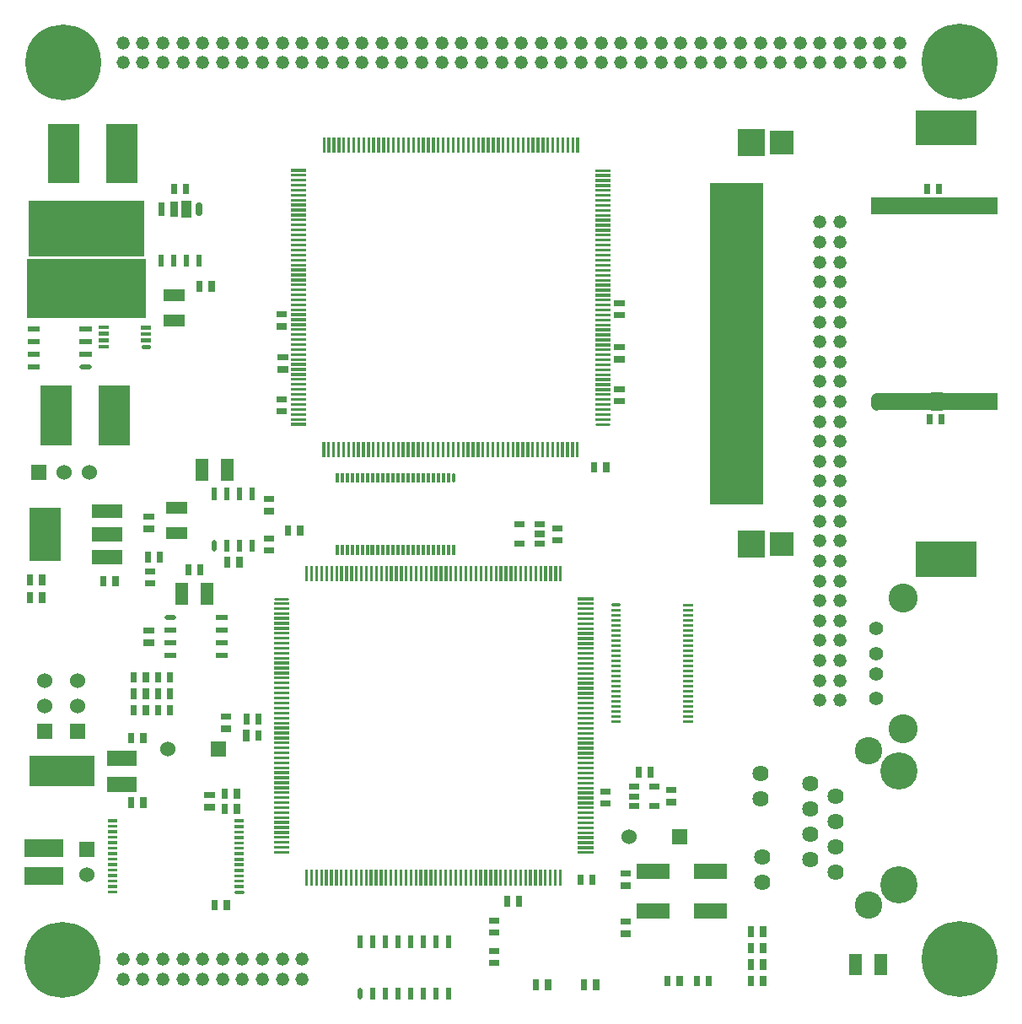
<source format=gbr>
G04 Title: (unknown), solder mask component side *
G04 Creator: pcb-bin 1.99p *
G04 CreationDate: Sat Nov 20 18:57:41 2004 UTC *
G04 For: clock *
G04 Format: Gerber/RS-274X *
G04 PCB-Dimensions: 394051 394051 *
G04 PCB-Coordinate-Origin: lower left *
%MOIN*%
%FSLAX24Y24*%
%IPPOS*%
%ADD11C,0.0070*%
%ADD12C,0.0270*%
%ADD13C,0.0250*%
%ADD14C,0.0450*%
%ADD15C,0.0100*%
%ADD16C,0.0300*%
%ADD17C,0.0400*%
%ADD18C,0.0600*%
%ADD19C,0.0150*%
%ADD20C,0.0350*%
%ADD21R,0.0710X0.0710*%
%ADD22R,0.1010X0.1010*%
%ADD23C,0.0200*%
%ADD24C,0.0080*%
%ADD25R,0.0240X0.0240*%
%ADD26R,0.0540X0.0540*%
%ADD27C,0.0060*%
%ADD28C,0.0110*%
%ADD29C,0.0410*%
%ADD30R,0.0110X0.0110*%
%ADD31R,0.0410X0.0410*%
%ADD32C,0.0500*%
%ADD33R,0.0200X0.0200*%
%ADD34R,0.0500X0.0500*%
%ADD35C,0.0120*%
%ADD36C,0.0420*%
%ADD37R,0.0120X0.0120*%
%ADD38R,0.0420X0.0420*%
%ADD39R,0.0600X0.0600*%
%ADD40R,0.0900X0.0900X0.0600X0.0600*%
%ADD41R,0.0900X0.0900*%
%ADD42C,0.0900X0.0600*%
%ADD43C,0.0900*%
%ADD44R,0.1230X0.1230*%
%ADD45R,0.1530X0.1530*%
%ADD46R,0.0290X0.0290*%
%ADD47C,0.0520*%
%AMTHERM1*7,0,0,0.0720,0.0520,0.0110,45*%
%ADD48THERM1*%
%ADD49C,0.0720X0.0520*%
%ADD50C,0.0720*%
%AMTHERM2*7,0,0,0.0900,0.0600,0.0150,45*%
%ADD51THERM2*%
%ADD52C,0.3000*%
%ADD53C,0.3200X0.3000*%
%ADD54C,0.3200*%
%ADD55R,0.0470X0.0470*%
%ADD56R,0.0490X0.0490*%
%ADD57R,0.0790X0.0790*%
%ADD58R,0.0150X0.0150*%
%ADD59R,0.0450X0.0450*%
%ADD60C,0.1080*%
%ADD61C,0.0230*%
%AMTHERM3*7,0,0,0.1280,0.1080,0.0230,45*%
%ADD62THERM3*%
%ADD63C,0.1280X0.1080*%
%ADD64C,0.1280*%
%ADD65C,0.0640*%
%ADD66C,0.0840X0.0640*%
%ADD67C,0.0840*%
%AMTHERM4*7,0,0,0.0840,0.0640,0.0120,45*%
%ADD68THERM4*%
%ADD69C,0.1470*%
%ADD70C,0.1670X0.1470*%
%ADD71C,0.1670*%
%ADD72C,0.0145*%
%AMTHERM5*7,0,0,0.0840,0.0640,0.0145,45*%
%ADD73THERM5*%
%ADD74C,0.1150*%
%AMTHERM6*7,0,0,0.1350,0.1150,0.0120,45*%
%ADD75THERM6*%
%ADD76C,0.1350X0.1150*%
%ADD77C,0.1350*%
%ADD78C,0.0560*%
%ADD79C,0.0720X0.0560*%
%ADD80C,0.0800X0.0560*%
%ADD81C,0.0800*%
%AMTHERM7*7,0,0,0.0800,0.0560,0.0100,45*%
%ADD82THERM7*%
%ADD83C,0.0160*%
%ADD84C,0.0460*%
%ADD85R,0.0160X0.0160*%
%ADD86R,0.0460X0.0460*%
%ADD87R,0.2000X0.2000*%
%ADD88R,0.2200X0.2200*%
%ADD89R,0.2350X0.2350*%
%ADD90R,0.1100X0.1100*%
%ADD91R,0.1300X0.1300X0.1100X0.1100*%
%ADD92R,0.1300X0.1300*%
%ADD93R,0.0950X0.0950*%
%ADD94R,0.1150X0.1150X0.0950X0.0950*%
%ADD95R,0.1150X0.1150*%
%ADD96R,0.1180X0.1180*%
%ADD97R,0.1380X0.1380*%
%ADD98R,0.0400X0.0400*%
%ADD99R,0.1000X0.1000*%
%ADD100R,0.1200X0.1200*%
%ADD101R,0.0300X0.0300*%
%ADD102R,0.0250X0.0250*%
%ADD103R,0.0170X0.0170*%
%ADD104R,0.0560X0.0560*%
%ADD105R,0.0860X0.0860*%
%ADD106R,0.1220X0.1220*%
%ADD107R,0.1520X0.1520*%
%ADD108R,0.0800X0.0800*%
%ADD109C,0.0084*%
%ADD110C,0.0092*%
%ADD111C,0.0450X0.0250*%
%ADD112C,0.0125*%
%AMTHERM8*7,0,0,0.0800,0.0600,0.0125,45*%
%ADD113THERM8*%
%ADD114C,0.0800X0.0600*%
%ADD115C,0.0075*%
%AMTHERM9*7,0,0,0.0450,0.0250,0.0075,45*%
%ADD116THERM9*%
%ADD117C,0.0360*%
%ADD118C,0.0560X0.0360*%
%AMTHERM10*7,0,0,0.0560,0.0360,0.0080,45*%
%ADD119THERM10*%
%LNGROUP_3*%
%LPD*%
G01X0Y0D02*
G54D21*X790Y5305D02*X1610D01*
X790Y6405D02*X1610D01*
G54D25*X1140Y17085D02*Y16905D01*
X660Y17085D02*Y16905D01*
Y16395D02*Y16215D01*
X1140Y16395D02*Y16215D01*
X5710Y13245D02*Y13065D01*
X6190Y13245D02*Y13065D01*
X4760Y13245D02*Y13065D01*
X5240Y13245D02*Y13065D01*
X5710Y12595D02*Y12415D01*
X6190Y12595D02*Y12415D01*
X4760Y12595D02*Y12415D01*
X5240Y12595D02*Y12415D01*
X25860Y1245D02*Y1065D01*
X26340Y1245D02*Y1065D01*
X10560Y25315D02*X10740D01*
X10560Y25795D02*X10740D01*
G54D28*X23050Y23145D02*X23550D01*
G54D30*X23050Y23335D02*X23550D01*
X23050Y23535D02*X23550D01*
X23050Y23735D02*X23550D01*
X23050Y23925D02*X23550D01*
X23050Y24125D02*X23550D01*
X23050Y24325D02*X23550D01*
X23050Y24515D02*X23550D01*
X23050Y24715D02*X23550D01*
X23050Y24915D02*X23550D01*
X23050Y25105D02*X23550D01*
X23050Y25305D02*X23550D01*
X23050Y25505D02*X23550D01*
X23050Y25695D02*X23550D01*
X23050Y25895D02*X23550D01*
X23050Y26095D02*X23550D01*
X23050Y26285D02*X23550D01*
X23050Y26485D02*X23550D01*
X23050Y26685D02*X23550D01*
X23050Y26885D02*X23550D01*
X23050Y27075D02*X23550D01*
X23050Y27275D02*X23550D01*
X23050Y27475D02*X23550D01*
X23050Y27665D02*X23550D01*
X23050Y27865D02*X23550D01*
X23050Y28065D02*X23550D01*
X23050Y28255D02*X23550D01*
X23050Y28455D02*X23550D01*
X23050Y28655D02*X23550D01*
X23050Y28845D02*X23550D01*
X23050Y29045D02*X23550D01*
X23050Y29245D02*X23550D01*
X23050Y29435D02*X23550D01*
X23050Y29635D02*X23550D01*
X23050Y29835D02*X23550D01*
X23050Y30025D02*X23550D01*
X23050Y30225D02*X23550D01*
X23050Y30425D02*X23550D01*
X23050Y30625D02*X23550D01*
X23050Y30815D02*X23550D01*
X23050Y31015D02*X23550D01*
X23050Y31215D02*X23550D01*
X23050Y31405D02*X23550D01*
X23050Y31605D02*X23550D01*
X23050Y31805D02*X23550D01*
X23050Y31995D02*X23550D01*
X23050Y32195D02*X23550D01*
X23050Y32395D02*X23550D01*
X23050Y32585D02*X23550D01*
X23050Y32785D02*X23550D01*
X23050Y32985D02*X23550D01*
X23050Y33175D02*X23550D01*
X22310Y34425D02*Y33925D01*
X22120Y34425D02*Y33925D01*
X21920Y34425D02*Y33925D01*
X21720Y34425D02*Y33925D01*
X21530Y34425D02*Y33925D01*
X21330Y34425D02*Y33925D01*
X21130Y34425D02*Y33925D01*
X20940Y34425D02*Y33925D01*
X20740Y34425D02*Y33925D01*
X20540Y34425D02*Y33925D01*
X20350Y34425D02*Y33925D01*
X20150Y34425D02*Y33925D01*
X19950Y34425D02*Y33925D01*
X19760Y34425D02*Y33925D01*
X19560Y34425D02*Y33925D01*
X19360Y34425D02*Y33925D01*
X19170Y34425D02*Y33925D01*
X18970Y34425D02*Y33925D01*
X18770Y34425D02*Y33925D01*
X18570Y34425D02*Y33925D01*
X18380Y34425D02*Y33925D01*
X18180Y34425D02*Y33925D01*
X17980Y34425D02*Y33925D01*
X17790Y34425D02*Y33925D01*
X17590Y34425D02*Y33925D01*
X17390Y34425D02*Y33925D01*
X17200Y34425D02*Y33925D01*
X17000Y34425D02*Y33925D01*
X16800Y34425D02*Y33925D01*
X16610Y34425D02*Y33925D01*
X16410Y34425D02*Y33925D01*
X16210Y34425D02*Y33925D01*
X16020Y34425D02*Y33925D01*
X15820Y34425D02*Y33925D01*
X15620Y34425D02*Y33925D01*
X15430Y34425D02*Y33925D01*
X15230Y34425D02*Y33925D01*
X15030Y34425D02*Y33925D01*
X14830Y34425D02*Y33925D01*
X14640Y34425D02*Y33925D01*
X14440Y34425D02*Y33925D01*
X14240Y34425D02*Y33925D01*
X14050Y34425D02*Y33925D01*
X13850Y34425D02*Y33925D01*
X13650Y34425D02*Y33925D01*
X13460Y34425D02*Y33925D01*
X13260Y34425D02*Y33925D01*
X13060Y34425D02*Y33925D01*
X12870Y34425D02*Y33925D01*
X12670Y34425D02*Y33925D01*
X12470Y34425D02*Y33925D01*
X12280Y34425D02*Y33925D01*
X11030Y33185D02*X11530D01*
X11030Y32995D02*X11530D01*
X11030Y32795D02*X11530D01*
X11030Y32595D02*X11530D01*
X11030Y32405D02*X11530D01*
X11030Y32205D02*X11530D01*
X11030Y32005D02*X11530D01*
X11030Y31815D02*X11530D01*
X11030Y31615D02*X11530D01*
X11030Y31415D02*X11530D01*
X11030Y31225D02*X11530D01*
X11030Y31025D02*X11530D01*
X11030Y30825D02*X11530D01*
X11030Y30635D02*X11530D01*
X11030Y30435D02*X11530D01*
X11030Y30235D02*X11530D01*
X11030Y30045D02*X11530D01*
X11030Y29845D02*X11530D01*
X11030Y29645D02*X11530D01*
X11030Y29445D02*X11530D01*
X11030Y29255D02*X11530D01*
X11030Y29055D02*X11530D01*
X11030Y28855D02*X11530D01*
X11030Y28665D02*X11530D01*
X11030Y28465D02*X11530D01*
X11030Y28265D02*X11530D01*
X11030Y28075D02*X11530D01*
X11030Y27875D02*X11530D01*
X11030Y27675D02*X11530D01*
X11030Y27485D02*X11530D01*
X11030Y27285D02*X11530D01*
X11030Y27085D02*X11530D01*
X11030Y26895D02*X11530D01*
X11030Y26695D02*X11530D01*
X11030Y26495D02*X11530D01*
X11030Y26305D02*X11530D01*
X11030Y26105D02*X11530D01*
X11030Y25905D02*X11530D01*
X11030Y25705D02*X11530D01*
X11030Y25515D02*X11530D01*
X11030Y25315D02*X11530D01*
X11030Y25115D02*X11530D01*
X11030Y24925D02*X11530D01*
X11030Y24725D02*X11530D01*
X11030Y24525D02*X11530D01*
X11030Y24335D02*X11530D01*
X11030Y24135D02*X11530D01*
X11030Y23935D02*X11530D01*
X11030Y23745D02*X11530D01*
X11030Y23545D02*X11530D01*
X11030Y23345D02*X11530D01*
X11030Y23155D02*X11530D01*
X12270Y22405D02*Y21905D01*
X12460Y22405D02*Y21905D01*
X12660Y22405D02*Y21905D01*
X12860Y22405D02*Y21905D01*
X13050Y22405D02*Y21905D01*
X13250Y22405D02*Y21905D01*
X13450Y22405D02*Y21905D01*
X13640Y22405D02*Y21905D01*
X13840Y22405D02*Y21905D01*
X14040Y22405D02*Y21905D01*
X14230Y22405D02*Y21905D01*
X14430Y22405D02*Y21905D01*
X14630Y22405D02*Y21905D01*
X14820Y22405D02*Y21905D01*
X15020Y22405D02*Y21905D01*
X15220Y22405D02*Y21905D01*
X15410Y22405D02*Y21905D01*
X15610Y22405D02*Y21905D01*
X15810Y22405D02*Y21905D01*
X16010Y22405D02*Y21905D01*
X16200Y22405D02*Y21905D01*
X16400Y22405D02*Y21905D01*
X16600Y22405D02*Y21905D01*
X16790Y22405D02*Y21905D01*
X16990Y22405D02*Y21905D01*
X17190Y22405D02*Y21905D01*
X17380Y22405D02*Y21905D01*
X17580Y22405D02*Y21905D01*
X17780Y22405D02*Y21905D01*
X17970Y22405D02*Y21905D01*
X18170Y22405D02*Y21905D01*
X18370Y22405D02*Y21905D01*
X18560Y22405D02*Y21905D01*
X18760Y22405D02*Y21905D01*
X18960Y22405D02*Y21905D01*
X19150Y22405D02*Y21905D01*
X19350Y22405D02*Y21905D01*
X19550Y22405D02*Y21905D01*
X19750Y22405D02*Y21905D01*
X19940Y22405D02*Y21905D01*
X20140Y22405D02*Y21905D01*
X20340Y22405D02*Y21905D01*
X20530Y22405D02*Y21905D01*
X20730Y22405D02*Y21905D01*
X20930Y22405D02*Y21905D01*
X21120Y22405D02*Y21905D01*
X21320Y22405D02*Y21905D01*
X21520Y22405D02*Y21905D01*
X21710Y22405D02*Y21905D01*
X21910Y22405D02*Y21905D01*
X22110Y22405D02*Y21905D01*
X22300Y22405D02*Y21905D01*
G54D23*X13700Y795D02*Y515D01*
G54D33*X14200Y795D02*Y515D01*
X14700Y795D02*Y515D01*
X15200Y795D02*Y515D01*
X15700Y795D02*Y515D01*
X16200Y795D02*Y515D01*
X16700Y795D02*Y515D01*
X17200Y795D02*Y515D01*
Y2835D02*Y2555D01*
X16700Y2835D02*Y2555D01*
X16200Y2835D02*Y2555D01*
X15700Y2835D02*Y2555D01*
X15200Y2835D02*Y2555D01*
X14700Y2835D02*Y2555D01*
X14200Y2835D02*Y2555D01*
X13700Y2835D02*Y2555D01*
G54D25*X7390Y17495D02*Y17315D01*
X6910Y17495D02*Y17315D01*
G54D35*X8800Y4655D02*X9060D01*
G54D37*X8800Y4875D02*X9060D01*
X8800Y5095D02*X9060D01*
X8800Y5305D02*X9060D01*
X8800Y5525D02*X9060D01*
X8800Y5745D02*X9060D01*
X8800Y5955D02*X9060D01*
X8800Y6175D02*X9060D01*
X8800Y6395D02*X9060D01*
X8800Y6605D02*X9060D01*
X8800Y6825D02*X9060D01*
X8800Y7035D02*X9060D01*
X8800Y7255D02*X9060D01*
X8800Y7475D02*X9060D01*
X3790Y7485D02*X4050D01*
X3790Y7265D02*X4050D01*
X3790Y7045D02*X4050D01*
X3790Y6835D02*X4050D01*
X3790Y6615D02*X4050D01*
X3790Y6395D02*X4050D01*
X3790Y6185D02*X4050D01*
X3790Y5965D02*X4050D01*
X3790Y5745D02*X4050D01*
X3790Y5535D02*X4050D01*
X3790Y5315D02*X4050D01*
X3790Y5105D02*X4050D01*
X3790Y4885D02*X4050D01*
X3790Y4665D02*X4050D01*
G54D25*X8840Y8045D02*Y7865D01*
X8360Y8045D02*Y7865D01*
X7660Y8015D02*X7840D01*
X7660Y8495D02*X7840D01*
X8440Y4245D02*Y4065D01*
X7960Y4245D02*Y4065D01*
X3560Y17045D02*Y16865D01*
X4040Y17045D02*Y16865D01*
X4660Y10845D02*Y10665D01*
X5140Y10845D02*Y10665D01*
G54D44*X2000Y34413D02*Y33293D01*
X4300Y34413D02*Y33293D01*
G54D25*X8840Y8645D02*Y8465D01*
X8360Y8645D02*Y8465D01*
X8310Y11595D02*X8490D01*
X8310Y11115D02*X8490D01*
X9690Y11595D02*Y11415D01*
X9210Y11595D02*Y11415D01*
X9690Y10945D02*Y10765D01*
G54D46*X9210Y10945D02*Y10765D01*
G54D25*X19510Y4395D02*Y4215D01*
X19990Y4395D02*Y4215D01*
X36690Y23445D02*Y23265D01*
X36210Y23445D02*Y23265D01*
X5260Y14995D02*X5440D01*
X5260Y14515D02*X5440D01*
X23860Y24545D02*X24040D01*
X23860Y24065D02*X24040D01*
X23860Y27945D02*X24040D01*
X23860Y27465D02*X24040D01*
X18910Y3545D02*X19090D01*
X18910Y3065D02*X19090D01*
G54D44*X1700Y24065D02*Y22945D01*
X4000Y24065D02*Y22945D01*
G54D25*X22410Y5245D02*Y5065D01*
X22890Y5245D02*Y5065D01*
X29640Y1895D02*Y1715D01*
X29160Y1895D02*Y1715D01*
X24110Y3495D02*X24290D01*
X24110Y3015D02*X24290D01*
X36590Y32545D02*Y32365D01*
X36110Y32545D02*Y32365D01*
X10510Y27495D02*X10690D01*
X10510Y27015D02*X10690D01*
G54D35*X23690Y16005D02*X23950D01*
G54D37*X23690Y15805D02*X23950D01*
X23690Y15605D02*X23950D01*
X23690Y15405D02*X23950D01*
X23690Y15205D02*X23950D01*
X23690Y15005D02*X23950D01*
X23690Y14805D02*X23950D01*
X23690Y14605D02*X23950D01*
X23690Y14405D02*X23950D01*
X23690Y14205D02*X23950D01*
X23690Y14005D02*X23950D01*
X23690Y13805D02*X23950D01*
X23690Y13605D02*X23950D01*
X23690Y13405D02*X23950D01*
X23690Y13205D02*X23950D01*
X23690Y13005D02*X23950D01*
X23690Y12805D02*X23950D01*
X23690Y12605D02*X23950D01*
X23690Y12405D02*X23950D01*
X23690Y12205D02*X23950D01*
X23690Y12005D02*X23950D01*
X23690Y11805D02*X23950D01*
X23690Y11605D02*X23950D01*
X23690Y11405D02*X23950D01*
X26540D02*X26800D01*
X26540Y11605D02*X26800D01*
X26540Y11805D02*X26800D01*
X26540Y12005D02*X26800D01*
X26540Y12205D02*X26800D01*
X26540Y12405D02*X26800D01*
X26540Y12605D02*X26800D01*
X26540Y12805D02*X26800D01*
X26540Y13005D02*X26800D01*
X26540Y13205D02*X26800D01*
X26540Y13405D02*X26800D01*
X26540Y13605D02*X26800D01*
X26540Y13805D02*X26800D01*
X26540Y14005D02*X26800D01*
X26540Y14205D02*X26800D01*
X26540Y14405D02*X26800D01*
X26540Y14605D02*X26800D01*
X26540Y14805D02*X26800D01*
X26540Y15005D02*X26800D01*
X26540Y15205D02*X26800D01*
X26540Y15405D02*X26800D01*
X26540Y15605D02*X26800D01*
X26540Y15805D02*X26800D01*
X26540Y16005D02*X26800D01*
G54D25*X21410Y18565D02*X21590D01*
X21410Y19045D02*X21590D01*
X29640Y2545D02*Y2365D01*
X29160Y2545D02*Y2365D01*
G54D38*X38707Y31908D02*Y31648D01*
X38507Y31908D02*Y31648D01*
X38307Y31908D02*Y31648D01*
X38107Y31908D02*Y31648D01*
X37907Y31908D02*Y31648D01*
X37707Y31908D02*Y31648D01*
X37507Y31908D02*Y31648D01*
X37307Y31908D02*Y31648D01*
X37107Y31908D02*Y31648D01*
X36907Y31908D02*Y31648D01*
X36707Y31908D02*Y31648D01*
X36507Y31908D02*Y31648D01*
X36307Y31908D02*Y31648D01*
X36107Y31908D02*Y31648D01*
X35907Y31908D02*Y31648D01*
X35707Y31908D02*Y31648D01*
X35507Y31908D02*Y31648D01*
X35307Y31908D02*Y31648D01*
X35107Y31908D02*Y31648D01*
X34907Y31908D02*Y31648D01*
X34707Y31908D02*Y31648D01*
X34507Y31908D02*Y31648D01*
X34307Y31908D02*Y31648D01*
X34107Y31908D02*Y31648D01*
G54D36*X34107Y24176D02*Y23916D01*
G54D38*X34307Y24176D02*Y23916D01*
X34507Y24176D02*Y23916D01*
X34707Y24176D02*Y23916D01*
X34907Y24176D02*Y23916D01*
X35107Y24176D02*Y23916D01*
X35307Y24176D02*Y23916D01*
X35507Y24176D02*Y23916D01*
X35707Y24176D02*Y23916D01*
X35907Y24176D02*Y23916D01*
X36107Y24176D02*Y23916D01*
X36307Y24176D02*Y23916D01*
G54D55*X36507Y24176D02*Y23916D01*
G54D38*X36707Y24176D02*Y23916D01*
X36907Y24176D02*Y23916D01*
X37107Y24176D02*Y23916D01*
X37307Y24176D02*Y23916D01*
X37507Y24176D02*Y23916D01*
X37707Y24176D02*Y23916D01*
X37907Y24176D02*Y23916D01*
X38107Y24176D02*Y23916D01*
X38307Y24176D02*Y23916D01*
X38507Y24176D02*Y23916D01*
X38707Y24176D02*Y23916D01*
G54D25*X27490Y1245D02*Y1065D01*
X27010Y1245D02*Y1065D01*
X8940Y17795D02*Y17615D01*
X8460Y17795D02*Y17615D01*
X24110Y4915D02*X24290D01*
X24110Y5395D02*X24290D01*
X10510Y24145D02*X10690D01*
X10510Y23665D02*X10690D01*
X24710Y9495D02*Y9315D01*
X25190Y9495D02*Y9315D01*
X20660Y1095D02*Y915D01*
X21140Y1095D02*Y915D01*
X10010Y19715D02*X10190D01*
X10010Y20195D02*X10190D01*
X25910Y8695D02*X26090D01*
X25910Y8215D02*X26090D01*
G54D56*X7650Y16635D02*Y16275D01*
X6650Y16635D02*Y16275D01*
G54D25*X5310Y17345D02*X5490D01*
X5310Y16865D02*X5490D01*
G54D23*X2710Y25405D02*X2990D01*
G54D33*X2710Y25905D02*X2990D01*
X2710Y26405D02*X2990D01*
X2710Y26905D02*X2990D01*
X670D02*X950D01*
X670Y26405D02*X950D01*
X670Y25905D02*X950D01*
X670Y25405D02*X950D01*
G54D25*X25270Y8055D02*X25430D01*
X25270Y8835D02*X25430D01*
X24450D02*X24610D01*
X24450Y8445D02*X24610D01*
X24450Y8055D02*X24610D01*
G54D23*X7950Y18495D02*Y18215D01*
G54D33*X8450Y18495D02*Y18215D01*
X8950Y18495D02*Y18215D01*
X9450Y18495D02*Y18215D01*
Y20535D02*Y20255D01*
X8950Y20535D02*Y20255D01*
X8450Y20535D02*Y20255D01*
X7950Y20535D02*Y20255D01*
G54D25*X23860Y25715D02*X24040D01*
X23860Y26195D02*X24040D01*
X23310Y8645D02*X23490D01*
X23310Y8165D02*X23490D01*
X29640Y3195D02*Y3015D01*
X29160Y3195D02*Y3015D01*
X29640Y1245D02*Y1065D01*
X29160Y1245D02*Y1065D01*
X22560Y1095D02*Y915D01*
X23040Y1095D02*Y915D01*
X5710Y11945D02*Y11765D01*
X6190Y11945D02*Y11765D01*
X5260Y19495D02*X5440D01*
X5260Y19015D02*X5440D01*
G54D83*X5130Y26205D02*X5350D01*
G54D85*X5130Y26465D02*X5350D01*
X5130Y26715D02*X5350D01*
X5130Y26975D02*X5350D01*
X3460Y26985D02*X3680D01*
X3460Y26725D02*X3680D01*
X3460Y26475D02*X3680D01*
X3460Y26215D02*X3680D01*
G54D88*X1718Y30886D02*X4081D01*
G54D89*X1718Y28524D02*X4081D01*
G54D25*X4660Y8295D02*Y8115D01*
X5140Y8295D02*Y8115D01*
X22960Y21545D02*Y21365D01*
X23440Y21545D02*Y21365D01*
X11340Y19045D02*Y18865D01*
X10860Y19045D02*Y18865D01*
G54D28*X10350Y16265D02*X10850D01*
G54D30*X10350Y16075D02*X10850D01*
X10350Y15875D02*X10850D01*
X10350Y15675D02*X10850D01*
X10350Y15485D02*X10850D01*
X10350Y15285D02*X10850D01*
X10350Y15085D02*X10850D01*
X10350Y14895D02*X10850D01*
X10350Y14695D02*X10850D01*
X10350Y14495D02*X10850D01*
X10350Y14305D02*X10850D01*
X10350Y14105D02*X10850D01*
X10350Y13905D02*X10850D01*
X10350Y13715D02*X10850D01*
X10350Y13515D02*X10850D01*
X10350Y13315D02*X10850D01*
X10350Y13125D02*X10850D01*
X10350Y12925D02*X10850D01*
X10350Y12725D02*X10850D01*
X10350Y12525D02*X10850D01*
X10350Y12335D02*X10850D01*
X10350Y12135D02*X10850D01*
X10350Y11935D02*X10850D01*
X10350Y11745D02*X10850D01*
X10350Y11545D02*X10850D01*
X10350Y11345D02*X10850D01*
X10350Y11155D02*X10850D01*
X10350Y10955D02*X10850D01*
X10350Y10755D02*X10850D01*
X10350Y10565D02*X10850D01*
X10350Y10365D02*X10850D01*
X10350Y10165D02*X10850D01*
X10350Y9975D02*X10850D01*
X10350Y9775D02*X10850D01*
X10350Y9575D02*X10850D01*
X10350Y9385D02*X10850D01*
X10350Y9185D02*X10850D01*
X10350Y8985D02*X10850D01*
X10350Y8785D02*X10850D01*
X10350Y8595D02*X10850D01*
X10350Y8395D02*X10850D01*
X10350Y8195D02*X10850D01*
X10350Y8005D02*X10850D01*
X10350Y7805D02*X10850D01*
X10350Y7605D02*X10850D01*
X10350Y7415D02*X10850D01*
X10350Y7215D02*X10850D01*
X10350Y7015D02*X10850D01*
X10350Y6825D02*X10850D01*
X10350Y6625D02*X10850D01*
X10350Y6425D02*X10850D01*
X10350Y6235D02*X10850D01*
X11590Y5485D02*Y4985D01*
X11780Y5485D02*Y4985D01*
X11980Y5485D02*Y4985D01*
X12180Y5485D02*Y4985D01*
X12370Y5485D02*Y4985D01*
X12570Y5485D02*Y4985D01*
X12770Y5485D02*Y4985D01*
X12960Y5485D02*Y4985D01*
X13160Y5485D02*Y4985D01*
X13360Y5485D02*Y4985D01*
X13550Y5485D02*Y4985D01*
X13750Y5485D02*Y4985D01*
X13950Y5485D02*Y4985D01*
X14140Y5485D02*Y4985D01*
X14340Y5485D02*Y4985D01*
X14540Y5485D02*Y4985D01*
X14730Y5485D02*Y4985D01*
X14930Y5485D02*Y4985D01*
X15130Y5485D02*Y4985D01*
X15330Y5485D02*Y4985D01*
X15520Y5485D02*Y4985D01*
X15720Y5485D02*Y4985D01*
X15920Y5485D02*Y4985D01*
X16110Y5485D02*Y4985D01*
X16310Y5485D02*Y4985D01*
X16510Y5485D02*Y4985D01*
X16700Y5485D02*Y4985D01*
X16900Y5485D02*Y4985D01*
X17100Y5485D02*Y4985D01*
X17290Y5485D02*Y4985D01*
X17490Y5485D02*Y4985D01*
X17690Y5485D02*Y4985D01*
X17880Y5485D02*Y4985D01*
X18080Y5485D02*Y4985D01*
X18280Y5485D02*Y4985D01*
X18470Y5485D02*Y4985D01*
X18670Y5485D02*Y4985D01*
X18870Y5485D02*Y4985D01*
X19070Y5485D02*Y4985D01*
X19260Y5485D02*Y4985D01*
X19460Y5485D02*Y4985D01*
X19660Y5485D02*Y4985D01*
X19850Y5485D02*Y4985D01*
X20050Y5485D02*Y4985D01*
X20250Y5485D02*Y4985D01*
X20440Y5485D02*Y4985D01*
X20640Y5485D02*Y4985D01*
X20840Y5485D02*Y4985D01*
X21030Y5485D02*Y4985D01*
X21230Y5485D02*Y4985D01*
X21430Y5485D02*Y4985D01*
X21620Y5485D02*Y4985D01*
X22370Y6225D02*X22870D01*
X22370Y6415D02*X22870D01*
X22370Y6615D02*X22870D01*
X22370Y6815D02*X22870D01*
X22370Y7005D02*X22870D01*
X22370Y7205D02*X22870D01*
X22370Y7405D02*X22870D01*
X22370Y7595D02*X22870D01*
X22370Y7795D02*X22870D01*
X22370Y7995D02*X22870D01*
X22370Y8185D02*X22870D01*
X22370Y8385D02*X22870D01*
X22370Y8585D02*X22870D01*
X22370Y8775D02*X22870D01*
X22370Y8975D02*X22870D01*
X22370Y9175D02*X22870D01*
X22370Y9365D02*X22870D01*
X22370Y9565D02*X22870D01*
X22370Y9765D02*X22870D01*
X22370Y9965D02*X22870D01*
X22370Y10155D02*X22870D01*
X22370Y10355D02*X22870D01*
X22370Y10555D02*X22870D01*
X22370Y10745D02*X22870D01*
X22370Y10945D02*X22870D01*
X22370Y11145D02*X22870D01*
X22370Y11335D02*X22870D01*
X22370Y11535D02*X22870D01*
X22370Y11735D02*X22870D01*
X22370Y11925D02*X22870D01*
X22370Y12125D02*X22870D01*
X22370Y12325D02*X22870D01*
X22370Y12515D02*X22870D01*
X22370Y12715D02*X22870D01*
X22370Y12915D02*X22870D01*
X22370Y13105D02*X22870D01*
X22370Y13305D02*X22870D01*
X22370Y13505D02*X22870D01*
X22370Y13705D02*X22870D01*
X22370Y13895D02*X22870D01*
X22370Y14095D02*X22870D01*
X22370Y14295D02*X22870D01*
X22370Y14485D02*X22870D01*
X22370Y14685D02*X22870D01*
X22370Y14885D02*X22870D01*
X22370Y15075D02*X22870D01*
X22370Y15275D02*X22870D01*
X22370Y15475D02*X22870D01*
X22370Y15665D02*X22870D01*
X22370Y15865D02*X22870D01*
X22370Y16065D02*X22870D01*
X22370Y16255D02*X22870D01*
X21630Y17505D02*Y17005D01*
X21440Y17505D02*Y17005D01*
X21240Y17505D02*Y17005D01*
X21040Y17505D02*Y17005D01*
X20850Y17505D02*Y17005D01*
X20650Y17505D02*Y17005D01*
X20450Y17505D02*Y17005D01*
X20260Y17505D02*Y17005D01*
X20060Y17505D02*Y17005D01*
X19860Y17505D02*Y17005D01*
X19670Y17505D02*Y17005D01*
X19470Y17505D02*Y17005D01*
X19270Y17505D02*Y17005D01*
X19080Y17505D02*Y17005D01*
X18880Y17505D02*Y17005D01*
X18680Y17505D02*Y17005D01*
X18490Y17505D02*Y17005D01*
X18290Y17505D02*Y17005D01*
X18090Y17505D02*Y17005D01*
X17890Y17505D02*Y17005D01*
X17700Y17505D02*Y17005D01*
X17500Y17505D02*Y17005D01*
X17300Y17505D02*Y17005D01*
X17110Y17505D02*Y17005D01*
X16910Y17505D02*Y17005D01*
X16710Y17505D02*Y17005D01*
X16520Y17505D02*Y17005D01*
X16320Y17505D02*Y17005D01*
X16120Y17505D02*Y17005D01*
X15930Y17505D02*Y17005D01*
X15730Y17505D02*Y17005D01*
X15530Y17505D02*Y17005D01*
X15340Y17505D02*Y17005D01*
X15140Y17505D02*Y17005D01*
X14940Y17505D02*Y17005D01*
X14750Y17505D02*Y17005D01*
X14550Y17505D02*Y17005D01*
X14350Y17505D02*Y17005D01*
X14150Y17505D02*Y17005D01*
X13960Y17505D02*Y17005D01*
X13760Y17505D02*Y17005D01*
X13560Y17505D02*Y17005D01*
X13370Y17505D02*Y17005D01*
X13170Y17505D02*Y17005D01*
X12970Y17505D02*Y17005D01*
X12780Y17505D02*Y17005D01*
X12580Y17505D02*Y17005D01*
X12380Y17505D02*Y17005D01*
X12190Y17505D02*Y17005D01*
X11990Y17505D02*Y17005D01*
X11790Y17505D02*Y17005D01*
X11600Y17505D02*Y17005D01*
G54D25*X18910Y2345D02*X19090D01*
X18910Y1865D02*X19090D01*
X4760Y11945D02*Y11765D01*
X5240Y11945D02*Y11765D01*
X10010Y18165D02*X10190D01*
X10010Y18645D02*X10190D01*
G54D97*X36377Y17821D02*X37377D01*
G54D59*X27777Y20721D02*X29427D01*
X27777Y21221D02*X29427D01*
X27777Y21721D02*X29427D01*
X27777Y22221D02*X29427D01*
X27777Y22721D02*X29427D01*
X27777Y23221D02*X29427D01*
X27777Y23721D02*X29427D01*
X27777Y24221D02*X29427D01*
X27777Y24721D02*X29427D01*
X27777Y25221D02*X29427D01*
X27777Y25721D02*X29427D01*
X27777Y26221D02*X29427D01*
X27777Y26721D02*X29427D01*
X27777Y27221D02*X29427D01*
X27777Y27721D02*X29427D01*
X27777Y28221D02*X29427D01*
X27777Y28721D02*X29427D01*
X27777Y29221D02*X29427D01*
X27777Y29721D02*X29427D01*
X27777Y30221D02*X29427D01*
X27777Y30721D02*X29427D01*
X27777Y31221D02*X29427D01*
X27777Y31721D02*X29427D01*
X27777Y32221D02*X29427D01*
X27777Y20471D02*X29427D01*
X27777Y20971D02*X29427D01*
X27777Y21471D02*X29427D01*
X27777Y21971D02*X29427D01*
X27777Y22471D02*X29427D01*
X27777Y22971D02*X29427D01*
X27777Y23471D02*X29427D01*
X27777Y23971D02*X29427D01*
X27777Y24471D02*X29427D01*
X27777Y24971D02*X29427D01*
X27777Y25471D02*X29427D01*
X27777Y25971D02*X29427D01*
X27777Y26471D02*X29427D01*
X27777Y26971D02*X29427D01*
X27777Y27471D02*X29427D01*
X27777Y27971D02*X29427D01*
X27777Y28471D02*X29427D01*
X27777Y28971D02*X29427D01*
X27777Y29471D02*X29427D01*
X27777Y29971D02*X29427D01*
X27777Y30471D02*X29427D01*
X27777Y30971D02*X29427D01*
X27777Y32471D02*X29427D01*
X27777Y31971D02*X29427D01*
X27777Y31471D02*X29427D01*
X27777Y20221D02*X29427D01*
G54D97*X36377Y34871D02*X37377D01*
G54D39*X3991Y9956D02*X4582D01*
G54D100*X1235Y9444D02*X2613D01*
G54D39*X3991Y8932D02*X4582D01*
G54D23*X6060Y15505D02*X6340D01*
G54D33*X6060Y15005D02*X6340D01*
X6060Y14505D02*X6340D01*
X6060Y14005D02*X6340D01*
X8100D02*X8380D01*
X8100Y14505D02*X8380D01*
X8100Y15005D02*X8380D01*
X8100Y15505D02*X8380D01*
G54D13*X7350Y31795D02*Y31515D01*
G54D98*X6850Y31795D02*Y31515D01*
G54D101*X6350Y31795D02*Y31515D01*
G54D102*X5850Y31795D02*Y31515D01*
G54D33*Y29755D02*Y29475D01*
X6350Y29755D02*Y29475D01*
X6850Y29755D02*Y29475D01*
X7350Y29755D02*Y29475D01*
G54D56*X33300Y1985D02*Y1625D01*
X34300Y1985D02*Y1625D01*
G54D35*X17400Y21165D02*Y20905D01*
G54D37*X17200Y21165D02*Y20905D01*
X17000Y21165D02*Y20905D01*
X16800Y21165D02*Y20905D01*
X16600Y21165D02*Y20905D01*
X16400Y21165D02*Y20905D01*
X16200Y21165D02*Y20905D01*
X16000Y21165D02*Y20905D01*
X15800Y21165D02*Y20905D01*
X15600Y21165D02*Y20905D01*
X15400Y21165D02*Y20905D01*
X15200Y21165D02*Y20905D01*
X15000Y21165D02*Y20905D01*
X14800Y21165D02*Y20905D01*
X14600Y21165D02*Y20905D01*
X14400Y21165D02*Y20905D01*
X14200Y21165D02*Y20905D01*
X14000Y21165D02*Y20905D01*
X13800Y21165D02*Y20905D01*
X13600Y21165D02*Y20905D01*
X13400Y21165D02*Y20905D01*
X13200Y21165D02*Y20905D01*
X13000Y21165D02*Y20905D01*
X12800Y21165D02*Y20905D01*
Y18315D02*Y18055D01*
X13000Y18315D02*Y18055D01*
X13200Y18315D02*Y18055D01*
X13400Y18315D02*Y18055D01*
X13600Y18315D02*Y18055D01*
X13800Y18315D02*Y18055D01*
X14000Y18315D02*Y18055D01*
G54D103*X14200Y18315D02*Y18055D01*
G54D37*X14400Y18315D02*Y18055D01*
X14600Y18315D02*Y18055D01*
X14800Y18315D02*Y18055D01*
X15000Y18315D02*Y18055D01*
X15200Y18315D02*Y18055D01*
X15400Y18315D02*Y18055D01*
X15600Y18315D02*Y18055D01*
X15800Y18315D02*Y18055D01*
X16000Y18315D02*Y18055D01*
X16200Y18315D02*Y18055D01*
X16400Y18315D02*Y18055D01*
X16600Y18315D02*Y18055D01*
X16800Y18315D02*Y18055D01*
X17000Y18315D02*Y18055D01*
X17200Y18315D02*Y18055D01*
X17400Y18315D02*Y18055D01*
G54D25*X6350Y32545D02*Y32365D01*
X6830Y32545D02*Y32365D01*
X7840Y28695D02*Y28515D01*
X7360Y28695D02*Y28515D01*
G54D56*X6170Y28255D02*X6530D01*
X6170Y27255D02*X6530D01*
G54D104*X3370Y17905D02*X4030D01*
X3370Y18805D02*X4030D01*
X3370Y19715D02*X4030D01*
G54D106*X1260Y19255D02*Y18355D01*
G54D25*X5790Y17995D02*Y17815D01*
X5310Y17995D02*Y17815D01*
G54D56*X6270Y19855D02*X6630D01*
X6270Y18855D02*X6630D01*
G54D25*X19920Y19205D02*X20080D01*
X19920Y18425D02*X20080D01*
X20740D02*X20900D01*
X20740Y18815D02*X20900D01*
X20740Y19205D02*X20900D01*
G54D56*X8450Y21535D02*Y21175D01*
X7450Y21535D02*Y21175D01*
G54D39*X27208Y5492D02*X27917D01*
X27208Y3917D02*X27917D01*
X24925D02*X25633D01*
X24925Y5492D02*X25633D01*
X8100Y10305D03*
G54D18*X6100D03*
G54D47*X31889Y31137D03*
X32677D03*
Y30350D03*
X31889D03*
Y29562D03*
X32677D03*
X31889Y28775D03*
X32677D03*
X31889Y27987D03*
X32677D03*
X31889Y27200D03*
X32677D03*
X31889Y26413D03*
X32677D03*
X31889Y25625D03*
X32677D03*
X31889Y24838D03*
X32677D03*
X31889Y24050D03*
X32677D03*
X31889Y23263D03*
X32677D03*
X31889Y22476D03*
X32677D03*
X31889Y21688D03*
X32677D03*
X31889Y20901D03*
X32677D03*
X31889Y20113D03*
X32677D03*
X31889Y19326D03*
X32677D03*
X31889Y18539D03*
X32677D03*
X31889Y17751D03*
X32677D03*
X31889Y16964D03*
X32677D03*
X31889Y16176D03*
X32677D03*
X31889Y15389D03*
X32677D03*
X31889Y14601D03*
X32677D03*
X31889Y13814D03*
X32677D03*
X31889Y13027D03*
X32677D03*
X31889Y12239D03*
X32677D03*
G54D39*X2900Y6355D03*
G54D18*Y5355D03*
G54D47*X11417Y2003D03*
Y1216D03*
X10629D03*
Y2003D03*
X9842D03*
Y1216D03*
X9055Y2003D03*
Y1216D03*
X8267Y2003D03*
Y1216D03*
X7480Y2003D03*
Y1216D03*
X6692Y2003D03*
Y1216D03*
X5905Y2003D03*
Y1216D03*
X5118Y2003D03*
Y1216D03*
X4330Y2003D03*
Y1216D03*
G54D39*X1250Y11005D03*
G54D18*Y12005D03*
Y13005D03*
G54D52*X37401Y2003D03*
X1937Y1995D03*
X1968Y37436D03*
X37409Y37468D03*
G54D39*X26350Y6855D03*
G54D18*X24350D03*
G54D47*X35039Y38224D03*
Y37436D03*
X34252D03*
Y38224D03*
X33464D03*
Y37436D03*
X32677Y38224D03*
Y37436D03*
X31889Y38224D03*
Y37436D03*
X31102Y38224D03*
Y37436D03*
X30315Y38224D03*
Y37436D03*
X29527Y38224D03*
Y37436D03*
X28740Y38224D03*
Y37436D03*
X27952Y38224D03*
Y37436D03*
X27165Y38224D03*
Y37436D03*
X26378Y38224D03*
Y37436D03*
X25590Y38224D03*
Y37436D03*
X24803Y38224D03*
Y37436D03*
X24015Y38224D03*
Y37436D03*
X23228Y38224D03*
Y37436D03*
X22441Y38224D03*
Y37436D03*
X21653Y38224D03*
Y37436D03*
X20866Y38224D03*
Y37436D03*
X20078Y38224D03*
Y37436D03*
X19291Y38224D03*
Y37436D03*
X18503Y38224D03*
Y37436D03*
X17716Y38224D03*
Y37436D03*
X16929Y38224D03*
Y37436D03*
X16141Y38224D03*
Y37436D03*
X15354Y38224D03*
Y37436D03*
X14566Y38224D03*
Y37436D03*
X13779Y38224D03*
Y37436D03*
X12992Y38224D03*
Y37436D03*
X12204Y38224D03*
Y37436D03*
X11417Y38224D03*
Y37436D03*
X10629Y38224D03*
Y37436D03*
X9842Y38224D03*
Y37436D03*
X9055Y38224D03*
Y37436D03*
X8267Y38224D03*
Y37436D03*
X7480Y38224D03*
Y37436D03*
X6692Y38224D03*
Y37436D03*
X5905Y38224D03*
X5118D03*
X4330D03*
Y37436D03*
X5118D03*
X5905D03*
G54D60*X33800Y4155D03*
Y10255D03*
G54D65*X31500Y8955D03*
X29550Y9355D03*
Y8355D03*
X29600Y5055D03*
Y6055D03*
X31500Y7955D03*
G54D69*X35000Y4955D03*
Y9455D03*
G54D65*X31500Y6955D03*
Y5955D03*
X32500Y5455D03*
Y6455D03*
Y7455D03*
Y8455D03*
G54D39*X2550Y11005D03*
G54D18*Y12005D03*
Y13005D03*
G54D74*X35180Y11115D03*
Y16285D03*
G54D78*X34110Y13295D03*
Y14095D03*
Y12315D03*
Y15075D03*
G54D39*X1000Y21255D03*
G54D18*X2000D03*
X3000D03*
G54D90*X29177Y18421D03*
Y34271D03*
G54D93*X30377D03*
Y18421D03*
M02*

</source>
